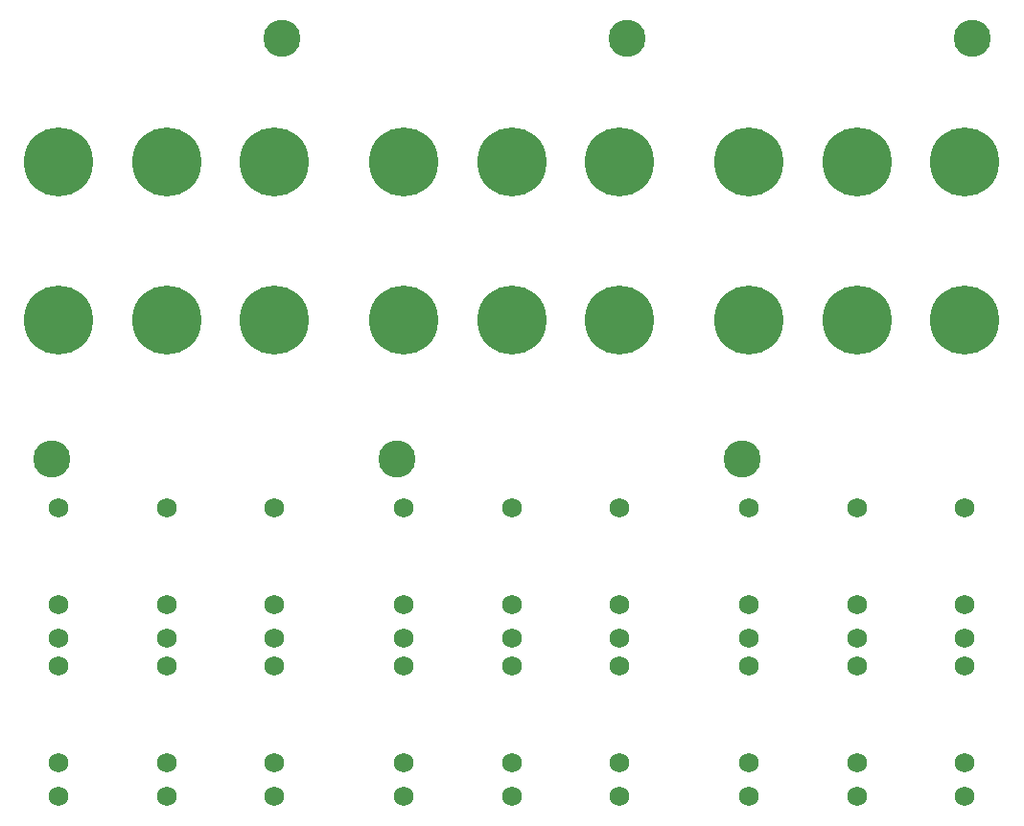
<source format=gbs>
G75*
%MOIN*%
%OFA0B0*%
%FSLAX24Y24*%
%IPPOS*%
%LPD*%
%AMOC8*
5,1,8,0,0,1.08239X$1,22.5*
%
%ADD10C,0.1290*%
%ADD11C,0.2402*%
%ADD12C,0.0690*%
D10*
X002260Y014610D03*
X014260Y014610D03*
X026260Y014610D03*
X022260Y029250D03*
X010260Y029250D03*
X034260Y029250D03*
D11*
X034010Y024930D03*
X030260Y024930D03*
X026510Y024930D03*
X022010Y024930D03*
X018260Y024930D03*
X014510Y024930D03*
X010010Y024930D03*
X006260Y024930D03*
X002510Y024930D03*
X002510Y019430D03*
X006260Y019430D03*
X010010Y019430D03*
X014510Y019430D03*
X018260Y019430D03*
X022010Y019430D03*
X026510Y019430D03*
X030260Y019430D03*
X034010Y019430D03*
D12*
X002510Y002871D03*
X002510Y004052D03*
X002510Y007399D03*
X002510Y008371D03*
X002510Y009552D03*
X002510Y012899D03*
X006260Y012899D03*
X006260Y009552D03*
X006260Y008371D03*
X006260Y007399D03*
X006260Y004052D03*
X006260Y002871D03*
X010010Y002871D03*
X010010Y004052D03*
X010010Y007399D03*
X010010Y008371D03*
X010010Y009552D03*
X010010Y012899D03*
X014510Y012899D03*
X014510Y009552D03*
X014510Y008371D03*
X014510Y007399D03*
X014510Y004052D03*
X014510Y002871D03*
X018260Y002871D03*
X018260Y004052D03*
X018260Y007399D03*
X018260Y008371D03*
X018260Y009552D03*
X018260Y012899D03*
X022010Y012899D03*
X022010Y009552D03*
X022010Y008371D03*
X022010Y007399D03*
X022010Y004052D03*
X022010Y002871D03*
X026510Y002871D03*
X026510Y004052D03*
X026510Y007399D03*
X026510Y008371D03*
X026510Y009552D03*
X026510Y012899D03*
X030260Y012899D03*
X030260Y009552D03*
X030260Y008371D03*
X030260Y007399D03*
X030260Y004052D03*
X030260Y002871D03*
X034010Y002871D03*
X034010Y004052D03*
X034010Y007399D03*
X034010Y008371D03*
X034010Y009552D03*
X034010Y012899D03*
M02*

</source>
